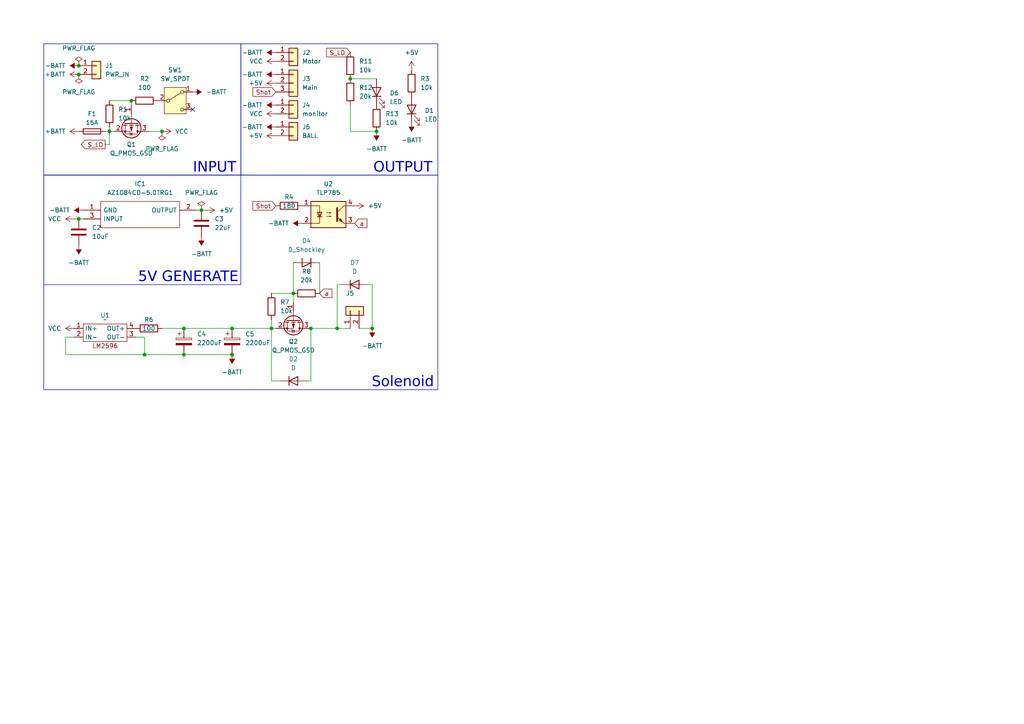
<source format=kicad_sch>
(kicad_sch (version 20231120) (generator "eeschema") (generator_version "8.0")
  (paper "A4")
  (lib_symbols
    (symbol "-BATT_1" (power) (pin_numbers hide) (pin_names (offset 0) hide)
      (property "Value" "-BATT" (at 0 3.556 0))
      (symbol "-BATT_1_0_1"
        (polyline (pts (xy 0 0) (xy 0 2.54)))
        (polyline (pts (xy 0.762 1.27) (xy -0.762 1.27) (xy 0 2.54) (xy 0.762 1.27)) (fill (type outline)))
      )
      (symbol "-BATT_1_1_1"
        (pin power_in line (at 0 0 90) (length 0) (name "~") (number "1"))
      )
    )
    (symbol "Connector_Generic:Conn_01x02" (pin_names (offset 1.016) hide)
      (property "Reference" "J" (at 0 2.54 0))
      (property "Value" "Conn_01x02" (at 0 -5.08 0))
      (symbol "Conn_01x02_1_1"
        (rectangle (start -1.27 -2.413) (end 0 -2.667) (stroke (width 0.1524)))
        (rectangle (start -1.27 0.127) (end 0 -0.127) (stroke (width 0.1524)))
        (rectangle (start -1.27 1.27) (end 1.27 -3.81) (stroke (width 0.254)) (fill (type background)))
        (pin passive line (at -5.08 0 0) (length 3.81) (name "Pin_1") (number "1"))
        (pin passive line (at -5.08 -2.54 0) (length 3.81) (name "Pin_2") (number "2"))
      )
    )
    (symbol "Connector_Generic:Conn_01x03" (pin_names (offset 1.016) hide)
      (property "Reference" "J" (at 0 5.08 0))
      (property "Value" "Conn_01x03" (at 0 -5.08 0))
      (symbol "Conn_01x03_1_1"
        (rectangle (start -1.27 -2.413) (end 0 -2.667) (stroke (width 0.1524)))
        (rectangle (start -1.27 0.127) (end 0 -0.127) (stroke (width 0.1524)))
        (rectangle (start -1.27 2.667) (end 0 2.413) (stroke (width 0.1524)))
        (rectangle (start -1.27 3.81) (end 1.27 -3.81) (stroke (width 0.254)) (fill (type background)))
        (pin passive line (at -5.08 2.54 0) (length 3.81) (name "Pin_1") (number "1"))
        (pin passive line (at -5.08 0 0) (length 3.81) (name "Pin_2") (number "2"))
        (pin passive line (at -5.08 -2.54 0) (length 3.81) (name "Pin_3") (number "3"))
      )
    )
    (symbol "DC-DC_Converter:LM2596"
      (property "Reference" "U" (at 0 0 0))
      (symbol "LM2596_0_1"
        (rectangle (start -6.35 -1.27) (end 6.35 -6.35))
      )
      (symbol "LM2596_1_1"
        (text "LM2596" (at 0 -7.62 0) (effects (font (size 1.27 1.27))))
        (pin power_in line (at -8.89 -2.54 0) (length 2.54) (name "IN+") (number "1"))
        (pin power_in line (at -8.89 -5.08 0) (length 2.54) (name "IN-") (number "2"))
        (pin power_out line (at 8.89 -5.08 180) (length 2.54) (name "OUT-") (number "3"))
        (pin power_out line (at 8.89 -2.54 180) (length 2.54) (name "OUT+") (number "4"))
      )
    )
    (symbol "Device:C" (pin_numbers hide) (pin_names (offset 0.254))
      (property "Reference" "C" (at 0.635 2.54 0))
      (property "Value" "C" (at 0.635 -2.54 0))
      (symbol "C_0_1"
        (polyline (pts (xy -2.032 -0.762) (xy 2.032 -0.762)) (stroke (width 0.508)))
        (polyline (pts (xy -2.032 0.762) (xy 2.032 0.762)) (stroke (width 0.508)))
      )
      (symbol "C_1_1"
        (pin passive line (at 0 3.81 270) (length 2.794) (name "~") (number "1"))
        (pin passive line (at 0 -3.81 90) (length 2.794) (name "~") (number "2"))
      )
    )
    (symbol "Device:C_Polarized" (pin_numbers hide) (pin_names (offset 0.254))
      (property "Reference" "C" (at 0.635 2.54 0))
      (property "Value" "C_Polarized" (at 0.635 -2.54 0))
      (symbol "C_Polarized_0_1"
        (rectangle (start -2.286 0.508) (end 2.286 1.016))
        (polyline (pts (xy -1.778 2.286) (xy -0.762 2.286)))
        (polyline (pts (xy -1.27 2.794) (xy -1.27 1.778)))
        (rectangle (start 2.286 -0.508) (end -2.286 -1.016) (fill (type outline)))
      )
      (symbol "C_Polarized_1_1"
        (pin passive line (at 0 3.81 270) (length 2.794) (name "~") (number "1"))
        (pin passive line (at 0 -3.81 90) (length 2.794) (name "~") (number "2"))
      )
    )
    (symbol "Device:D" (pin_numbers hide) (pin_names (offset 1.016) hide)
      (property "Reference" "D" (at 0 2.54 0))
      (property "Value" "D" (at 0 -2.54 0))
      (symbol "D_0_1"
        (polyline (pts (xy -1.27 1.27) (xy -1.27 -1.27)) (stroke (width 0.254)))
        (polyline (pts (xy 1.27 0) (xy -1.27 0)))
        (polyline (pts (xy 1.27 1.27) (xy 1.27 -1.27) (xy -1.27 0) (xy 1.27 1.27)) (stroke (width 0.254)))
      )
      (symbol "D_1_1"
        (pin passive line (at -3.81 0 0) (length 2.54) (name "K") (number "1"))
        (pin passive line (at 3.81 0 180) (length 2.54) (name "A") (number "2"))
      )
    )
    (symbol "Device:D_Shockley" (pin_numbers hide) (pin_names (offset 1.016) hide)
      (property "Reference" "D" (at 0 2.54 0))
      (property "Value" "D_Shockley" (at 0 -2.54 0))
      (symbol "D_Shockley_0_1"
        (polyline (pts (xy -1.27 0) (xy 1.27 0)))
        (polyline (pts (xy -1.27 1.27) (xy -1.27 -1.27)) (stroke (width 0.254)))
        (polyline (pts (xy -1.27 0) (xy 1.27 1.27) (xy 1.27 -1.27)) (stroke (width 0.254)))
      )
      (symbol "D_Shockley_1_1"
        (pin passive line (at -3.81 0 0) (length 2.54) (name "K") (number "1"))
        (pin passive line (at 3.81 0 180) (length 2.54) (name "A") (number "2"))
      )
    )
    (symbol "Device:Fuse" (pin_numbers hide) (pin_names (offset 0))
      (property "Reference" "F" (at 2.032 0 90))
      (property "Value" "Fuse" (at -1.905 0 90))
      (symbol "Fuse_0_1"
        (rectangle (start -0.762 -2.54) (end 0.762 2.54) (stroke (width 0.254)))
        (polyline (pts (xy 0 2.54) (xy 0 -2.54)))
      )
      (symbol "Fuse_1_1"
        (pin passive line (at 0 3.81 270) (length 1.27) (name "~") (number "1"))
        (pin passive line (at 0 -3.81 90) (length 1.27) (name "~") (number "2"))
      )
    )
    (symbol "Device:LED" (pin_numbers hide) (pin_names (offset 1.016) hide)
      (property "Reference" "D" (at 0 2.54 0))
      (property "Value" "LED" (at 0 -2.54 0))
      (symbol "LED_0_1"
        (polyline (pts (xy -1.27 -1.27) (xy -1.27 1.27)) (stroke (width 0.254)))
        (polyline (pts (xy -1.27 0) (xy 1.27 0)))
        (polyline (pts (xy 1.27 -1.27) (xy 1.27 1.27) (xy -1.27 0) (xy 1.27 -1.27)) (stroke (width 0.254)))
        (polyline (pts (xy -3.048 -0.762) (xy -4.572 -2.286) (xy -3.81 -2.286) (xy -4.572 -2.286) (xy -4.572 -1.524)))
        (polyline (pts (xy -1.778 -0.762) (xy -3.302 -2.286) (xy -2.54 -2.286) (xy -3.302 -2.286) (xy -3.302 -1.524)))
      )
      (symbol "LED_1_1"
        (pin passive line (at -3.81 0 0) (length 2.54) (name "K") (number "1"))
        (pin passive line (at 3.81 0 180) (length 2.54) (name "A") (number "2"))
      )
    )
    (symbol "Device:Q_PMOS_GSD" (pin_names (offset 0) hide)
      (property "Reference" "Q" (at 5.08 1.27 0))
      (property "Value" "Q_PMOS_GSD" (at 5.08 -1.27 0))
      (symbol "Q_PMOS_GSD_0_1"
        (polyline (pts (xy 0.254 0) (xy -2.54 0)))
        (polyline (pts (xy 0.254 1.905) (xy 0.254 -1.905)) (stroke (width 0.254)))
        (polyline (pts (xy 0.762 -1.27) (xy 0.762 -2.286)) (stroke (width 0.254)))
        (polyline (pts (xy 0.762 0.508) (xy 0.762 -0.508)) (stroke (width 0.254)))
        (polyline (pts (xy 0.762 2.286) (xy 0.762 1.27)) (stroke (width 0.254)))
        (polyline (pts (xy 2.54 2.54) (xy 2.54 1.778)))
        (polyline (pts (xy 2.54 -2.54) (xy 2.54 0) (xy 0.762 0)))
        (polyline (pts (xy 0.762 1.778) (xy 3.302 1.778) (xy 3.302 -1.778) (xy 0.762 -1.778)))
        (polyline (pts (xy 2.286 0) (xy 1.27 0.381) (xy 1.27 -0.381) (xy 2.286 0)) (fill (type outline)))
        (polyline (pts (xy 2.794 -0.508) (xy 2.921 -0.381) (xy 3.683 -0.381) (xy 3.81 -0.254)))
        (polyline (pts (xy 3.302 -0.381) (xy 2.921 0.254) (xy 3.683 0.254) (xy 3.302 -0.381)))
        (circle (center 1.651 0) (radius 2.794) (stroke (width 0.254)))
        (circle (center 2.54 -1.778) (radius 0.254) (fill (type outline)))
        (circle (center 2.54 1.778) (radius 0.254) (fill (type outline)))
      )
      (symbol "Q_PMOS_GSD_1_1"
        (pin input line (at -5.08 0 0) (length 2.54) (name "G") (number "1"))
        (pin passive line (at 2.54 -5.08 90) (length 2.54) (name "S") (number "2"))
        (pin passive line (at 2.54 5.08 270) (length 2.54) (name "D") (number "3"))
      )
    )
    (symbol "Device:R" (pin_numbers hide) (pin_names (offset 0))
      (property "Reference" "R" (at 2.032 0 90))
      (property "Value" "R" (at 0 0 90))
      (symbol "R_0_1"
        (rectangle (start -1.016 -2.54) (end 1.016 2.54) (stroke (width 0.254)))
      )
      (symbol "R_1_1"
        (pin passive line (at 0 3.81 270) (length 1.27) (name "~") (number "1"))
        (pin passive line (at 0 -3.81 90) (length 1.27) (name "~") (number "2"))
      )
    )
    (symbol "Isolator:TLP785" (pin_names (offset 1.016))
      (property "Reference" "U" (at -5.08 5.08 0))
      (property "Value" "TLP785" (at 0 5.08 0))
      (symbol "TLP785_0_1"
        (rectangle (start -5.08 3.81) (end 5.08 -3.81) (stroke (width 0.254)) (fill (type background)))
        (polyline (pts (xy -3.175 -0.635) (xy -1.905 -0.635)) (stroke (width 0.254)))
        (polyline (pts (xy 2.54 0.635) (xy 4.445 2.54)))
        (polyline (pts (xy 4.445 -2.54) (xy 2.54 -0.635)) (fill (type outline)))
        (polyline (pts (xy 4.445 -2.54) (xy 5.08 -2.54)))
        (polyline (pts (xy 4.445 2.54) (xy 5.08 2.54)))
        (polyline (pts (xy -2.54 -0.635) (xy -2.54 -2.54) (xy -5.08 -2.54)))
        (polyline (pts (xy 2.54 1.905) (xy 2.54 -1.905) (xy 2.54 -1.905)) (stroke (width 0.508)))
        (polyline (pts (xy -5.08 2.54) (xy -2.54 2.54) (xy -2.54 -1.27) (xy -2.54 0.635)))
        (polyline (pts (xy -2.54 -0.635) (xy -3.175 0.635) (xy -1.905 0.635) (xy -2.54 -0.635)) (stroke (width 0.254)))
        (polyline (pts (xy -0.508 -0.508) (xy 0.762 -0.508) (xy 0.381 -0.635) (xy 0.381 -0.381) (xy 0.762 -0.508)))
        (polyline (pts (xy -0.508 0.508) (xy 0.762 0.508) (xy 0.381 0.381) (xy 0.381 0.635) (xy 0.762 0.508)))
        (polyline (pts (xy 3.048 -1.651) (xy 3.556 -1.143) (xy 4.064 -2.159) (xy 3.048 -1.651) (xy 3.048 -1.651)) (fill (type outline)))
      )
      (symbol "TLP785_1_1"
        (pin passive line (at -7.62 2.54 0) (length 2.54) (name "~") (number "1"))
        (pin passive line (at -7.62 -2.54 0) (length 2.54) (name "~") (number "2"))
        (pin passive line (at 7.62 -2.54 180) (length 2.54) (name "~") (number "3"))
        (pin passive line (at 7.62 2.54 180) (length 2.54) (name "~") (number "4"))
      )
    )
    (symbol "SamacSys_Parts:AZ1084CD-5.0TRG1" (pin_names (offset 0.762))
      (property "Reference" "IC" (at 29.21 7.62 0))
      (property "Value" "AZ1084CD-5.0TRG1" (at 29.21 5.08 0))
      (symbol "AZ1084CD-5.0TRG1_0_0"
        (pin power_in line (at 0 0 0) (length 5.08) (name "GND") (number "1"))
        (pin output line (at 33.02 0 180) (length 5.08) (name "OUTPUT") (number "2"))
        (pin input line (at 0 -2.54 0) (length 5.08) (name "INPUT") (number "3"))
      )
      (symbol "AZ1084CD-5.0TRG1_0_1"
        (polyline (pts (xy 5.08 2.54) (xy 27.94 2.54) (xy 27.94 -5.08) (xy 5.08 -5.08) (xy 5.08 2.54)) (stroke (width 0.1524)))
      )
    )
    (symbol "Switch:SW_SPDT" (pin_names (offset 0) hide)
      (property "Reference" "SW" (at 0 5.08 0))
      (property "Value" "SW_SPDT" (at 0 -5.08 0))
      (symbol "SW_SPDT_0_1"
        (circle (center -2.032 0) (radius 0.4572))
        (polyline (pts (xy -1.651 0.254) (xy 1.651 2.286)))
        (circle (center 2.032 -2.54) (radius 0.4572))
        (circle (center 2.032 2.54) (radius 0.4572))
      )
      (symbol "SW_SPDT_1_1"
        (rectangle (start -3.175 3.81) (end 3.175 -3.81) (fill (type background)))
        (pin passive line (at 5.08 2.54 180) (length 2.54) (name "A") (number "1"))
        (pin passive line (at -5.08 0 0) (length 2.54) (name "B") (number "2"))
        (pin passive line (at 5.08 -2.54 180) (length 2.54) (name "C") (number "3"))
      )
    )
    (symbol "power:+5V" (power) (pin_names (offset 0))
      (property "Value" "+5V" (at 0 3.556 0))
      (symbol "+5V_0_1"
        (polyline (pts (xy -0.762 1.27) (xy 0 2.54)))
        (polyline (pts (xy 0 0) (xy 0 2.54)))
        (polyline (pts (xy 0 2.54) (xy 0.762 1.27)))
      )
      (symbol "+5V_1_1"
        (pin power_in line (at 0 0 90) (length 0) hide (name "+5V") (number "1"))
      )
    )
    (symbol "power:+BATT" (power) (pin_names (offset 0))
      (property "Value" "+BATT" (at 0 3.556 0))
      (symbol "+BATT_0_1"
        (polyline (pts (xy -0.762 1.27) (xy 0 2.54)))
        (polyline (pts (xy 0 0) (xy 0 2.54)))
        (polyline (pts (xy 0 2.54) (xy 0.762 1.27)))
      )
      (symbol "+BATT_1_1"
        (pin power_in line (at 0 0 90) (length 0) hide (name "+BATT") (number "1"))
      )
    )
    (symbol "power:-BATT" (power) (pin_names (offset 0))
      (property "Value" "-BATT" (at 0 3.556 0))
      (symbol "-BATT_0_1"
        (polyline (pts (xy 0 0) (xy 0 2.54)))
        (polyline (pts (xy 0.762 1.27) (xy -0.762 1.27) (xy 0 2.54) (xy 0.762 1.27)) (fill (type outline)))
      )
      (symbol "-BATT_1_1"
        (pin power_in line (at 0 0 90) (length 0) hide (name "-BATT") (number "1"))
      )
    )
    (symbol "power:PWR_FLAG" (power) (pin_numbers hide) (pin_names (offset 0) hide)
      (property "Value" "PWR_FLAG" (at 0 3.81 0))
      (symbol "PWR_FLAG_0_0"
        (pin power_out line (at 0 0 90) (length 0) (name "~") (number "1"))
      )
      (symbol "PWR_FLAG_0_1"
        (polyline (pts (xy 0 0) (xy 0 1.27) (xy -1.016 1.905) (xy 0 2.54) (xy 1.016 1.905) (xy 0 1.27)))
      )
    )
    (symbol "power:VCC" (power) (pin_names (offset 0))
      (property "Value" "VCC" (at 0 3.81 0))
      (symbol "VCC_0_1"
        (polyline (pts (xy -0.762 1.27) (xy 0 2.54)))
        (polyline (pts (xy 0 0) (xy 0 2.54)))
        (polyline (pts (xy 0 2.54) (xy 0.762 1.27)))
      )
      (symbol "VCC_1_1"
        (pin power_in line (at 0 0 90) (length 0) hide (name "VCC") (number "1"))
      )
    )
  )
  (junction (at 67.31 102.87))
  (junction (at 22.86 63.5))
  (junction (at 109.22 38.1))
  (junction (at 22.86 21.59))
  (junction (at 53.34 102.87))
  (junction (at 97.79 95.25))
  (junction (at 41.91 102.87))
  (junction (at 101.6 22.86))
  (junction (at 31.75 38.1))
  (junction (at 90.17 95.25))
  (junction (at 85.09 85.09))
  (junction (at 58.42 60.96))
  (junction (at 46.99 38.1))
  (junction (at 38.1 29.21))
  (junction (at 78.74 95.25))
  (junction (at 53.34 95.25))
  (junction (at 107.95 95.25))
  (junction (at 67.31 95.25))
  (junction (at 22.86 19.05))
  (no_connect (at 55.88 31.75))
  (wire (pts (xy 85.09 85.09) (xy 85.09 87.63)))
  (wire (pts (xy 97.79 82.55) (xy 97.79 95.25)))
  (wire (pts (xy 21.59 63.5) (xy 22.86 63.5)))
  (wire (pts (xy 31.75 36.83) (xy 31.75 38.1)))
  (wire (pts (xy 90.17 110.49) (xy 90.17 95.25)))
  (wire (pts (xy 53.34 95.25) (xy 67.31 95.25)))
  (wire (pts (xy 101.6 38.1) (xy 109.22 38.1)))
  (wire (pts (xy 67.31 95.25) (xy 78.74 95.25)))
  (wire (pts (xy 30.48 38.1) (xy 31.75 38.1)))
  (wire (pts (xy 78.74 92.71) (xy 78.74 95.25)))
  (wire (pts (xy 41.91 102.87) (xy 53.34 102.87)))
  (wire (pts (xy 107.95 82.55) (xy 107.95 95.25)))
  (wire (pts (xy 99.06 82.55) (xy 97.79 82.55)))
  (wire (pts (xy 19.05 102.87) (xy 41.91 102.87)))
  (wire (pts (xy 30.48 41.91) (xy 31.75 41.91)))
  (wire (pts (xy 21.59 97.79) (xy 19.05 97.79)))
  (wire (pts (xy 22.86 63.5) (xy 24.13 63.5)))
  (wire (pts (xy 57.15 60.96) (xy 58.42 60.96)))
  (wire (pts (xy 78.74 85.09) (xy 85.09 85.09)))
  (wire (pts (xy 97.79 95.25) (xy 101.6 95.25)))
  (wire (pts (xy 41.91 97.79) (xy 41.91 102.87)))
  (wire (pts (xy 31.75 38.1) (xy 33.02 38.1)))
  (wire (pts (xy 85.09 76.2) (xy 85.09 85.09)))
  (wire (pts (xy 90.17 95.25) (xy 97.79 95.25)))
  (wire (pts (xy 88.9 110.49) (xy 90.17 110.49)))
  (wire (pts (xy 81.28 110.49) (xy 78.74 110.49)))
  (wire (pts (xy 78.74 110.49) (xy 78.74 95.25)))
  (wire (pts (xy 104.14 95.25) (xy 107.95 95.25)))
  (wire (pts (xy 92.71 76.2) (xy 92.71 85.09)))
  (wire (pts (xy 101.6 30.48) (xy 101.6 38.1)))
  (wire (pts (xy 39.37 97.79) (xy 41.91 97.79)))
  (wire (pts (xy 46.99 95.25) (xy 53.34 95.25)))
  (wire (pts (xy 43.18 38.1) (xy 46.99 38.1)))
  (wire (pts (xy 31.75 38.1) (xy 31.75 41.91)))
  (wire (pts (xy 101.6 22.86) (xy 109.22 22.86)))
  (wire (pts (xy 38.1 29.21) (xy 31.75 29.21)))
  (wire (pts (xy 19.05 97.79) (xy 19.05 102.87)))
  (wire (pts (xy 38.1 30.48) (xy 38.1 29.21)))
  (wire (pts (xy 78.74 95.25) (xy 80.01 95.25)))
  (wire (pts (xy 106.68 82.55) (xy 107.95 82.55)))
  (wire (pts (xy 53.34 102.87) (xy 67.31 102.87)))
  (wire (pts (xy 58.42 60.96) (xy 59.69 60.96)))
  (rectangle (start 12.7 50.8) (end 127 113.03))
  (rectangle (start 69.85 12.7) (end 127 50.8))
  (rectangle (start 12.7 12.7) (end 69.85 50.8))
  (rectangle (start 12.7 50.8) (end 69.85 82.55))
  (text "INPUT" (at 62.23 49.53 0) (effects (font (size 3 3))))
  (text "OUTPUT" (at 116.84 49.53 0) (effects (font (size 3 3))))
  (text "Solenoid" (at 116.84 111.76 0) (effects (font (size 3 3))))
  (text "5V GENERATE" (at 54.61 81.28 0) (effects (font (size 3 3))))
  (global_label "Shot" (shape input) (at 80.01 26.67 180) (property "Intersheetrefs" "${INTERSHEET_REFS}" (effects (hide yes))))
  (global_label "S_LD" (shape input) (at 101.6 15.24 180) (property "Intersheetrefs" "${INTERSHEET_REFS}" (effects (hide yes))))
  (global_label "a" (shape input) (at 92.71 85.09 0) (property "Intersheetrefs" "${INTERSHEET_REFS}" (effects (hide yes))))
  (global_label "a" (shape input) (at 102.87 64.77 0) (property "Intersheetrefs" "${INTERSHEET_REFS}" (effects (hide yes))))
  (global_label "S_LD" (shape output) (at 30.48 41.91 180) (property "Intersheetrefs" "${INTERSHEET_REFS}" (effects (hide yes))))
  (global_label "Shot" (shape input) (at 80.01 59.69 180) (property "Intersheetrefs" "${INTERSHEET_REFS}" (effects (hide yes))))
  (symbol (lib_id "power:PWR_FLAG") (at 46.99 38.1 180) (unit 1)
    (property "Reference" "#FLG04" (effects (hide yes)))
    (property "Value" "PWR_FLAG" (at 46.99 43.18 0))
    (property "Description" "Special symbol for telling ERC where power comes from" (effects (hide yes)))
  )
  (symbol (lib_id "Connector_Generic:Conn_01x02") (at 85.09 15.24 0) (unit 1)
    (property "Reference" "J2" (at 87.63 15.2399 0) (effects (justify left)))
    (property "Value" "Motor" (at 87.63 17.7799 0) (effects (justify left)))
    (property "Footprint" "Connector_AMASS:AMASS_XT30U-F_1x02_P5.0mm_Vertical" (effects (hide yes)))
  )
  (symbol (lib_id "power:-BATT") (at 80.01 15.24 90) (unit 1)
    (property "Reference" "#PWR012" (effects (hide yes)))
    (property "Value" "-BATT" (at 76.2 15.24 90) (effects (justify left)))
  )
  (symbol (lib_id "power:+5V") (at 59.69 60.96 270) (unit 1)
    (property "Reference" "#PWR011" (effects (hide yes)))
    (property "Value" "+5V" (at 63.5 60.96 90) (effects (justify left)))
  )
  (symbol (lib_id "power:+BATT") (at 22.86 21.59 90) (unit 1)
    (property "Reference" "#PWR01" (effects (hide yes)))
    (property "Value" "+BATT" (at 19.05 21.59 90) (effects (justify left)))
  )
  (symbol (lib_id "Device:C") (at 22.86 67.31 0) (unit 1)
    (property "Reference" "C2" (at 26.67 66.04 0) (effects (justify left)))
    (property "Value" "10uF" (at 26.67 68.58 0) (effects (justify left)))
    (property "Footprint" "Capacitor_SMD:C_0603_1608Metric" (effects (hide yes)))
  )
  (symbol (lib_id "power:-BATT") (at 67.31 102.87 180) (unit 1)
    (property "Reference" "#PWR027" (effects (hide yes)))
    (property "Value" "-BATT" (at 67.31 107.95 0))
  )
  (symbol (lib_id "power:-BATT") (at 80.01 36.83 90) (unit 1)
    (property "Reference" "#PWR022" (effects (hide yes)))
    (property "Value" "-BATT" (at 76.2 36.83 90) (effects (justify left)))
  )
  (symbol (lib_id "DC-DC_Converter:LM2596") (at 30.48 92.71 0) (unit 1)
    (property "Reference" "U1" (at 30.48 91.44 0))
    (property "Value" "~" (at 30.48 92.71 0))
    (property "Footprint" "DC-DC_Converter:LM2596" (effects (hide yes)))
  )
  (symbol (lib_id "Device:R") (at 119.38 24.13 0) (unit 1)
    (property "Reference" "R3" (at 121.92 22.86 0) (effects (justify left)))
    (property "Value" "10k" (at 121.92 25.4 0) (effects (justify left)))
    (property "Footprint" "Resistor_SMD:R_0603_1608Metric" (effects (hide yes)))
  )
  (symbol (lib_id "Connector_Generic:Conn_01x02") (at 101.6 90.17 90) (unit 1)
    (property "Reference" "J5" (at 100.33 85.09 90) (effects (justify right)))
    (property "Value" "Conn_01x02" (effects (hide yes)))
    (property "Footprint" "Connector_AMASS:AMASS_XT30U-M_1x02_P5.0mm_Vertical" (effects (hide yes)))
  )
  (symbol (lib_id "power:-BATT") (at 55.88 26.67 270) (unit 1)
    (property "Reference" "#PWR04" (effects (hide yes)))
    (property "Value" "-BATT" (at 59.69 26.67 90) (effects (justify left)))
  )
  (symbol (lib_id "Device:R") (at 109.22 34.29 0) (unit 1)
    (property "Reference" "R13" (at 111.76 33.02 0) (effects (justify left)))
    (property "Value" "10k" (at 111.76 35.56 0) (effects (justify left)))
    (property "Footprint" "Resistor_SMD:R_0603_1608Metric" (effects (hide yes)))
  )
  (symbol (lib_id "Device:R") (at 78.74 88.9 180) (unit 1)
    (property "Reference" "R7" (at 81.28 87.63 0) (effects (justify right)))
    (property "Value" "10k" (at 81.28 90.17 0) (effects (justify right)))
    (property "Footprint" "Resistor_SMD:R_0603_1608Metric" (effects (hide yes)))
  )
  (symbol (lib_id "Device:R") (at 101.6 26.67 0) (unit 1)
    (property "Reference" "R12" (at 104.14 25.4 0) (effects (justify left)))
    (property "Value" "20k" (at 104.14 27.94 0) (effects (justify left)))
    (property "Footprint" "Resistor_SMD:R_0603_1608Metric" (effects (hide yes)))
  )
  (symbol (lib_id "SamacSys_Parts:AZ1084CD-5.0TRG1") (at 24.13 60.96 0) (unit 1)
    (property "Reference" "IC1" (at 40.64 53.34 0))
    (property "Value" "AZ1084CD-5.0TRG1" (at 40.64 55.88 0))
    (property "Footprint" "SamacSys_Parts:AZ1084CD50TRG1" (effects (hide yes)))
    (property "Datasheet" "https://www.diodes.com/assets/Datasheets/AZ1084C.pdf" (effects (hide yes)))
    (property "Description" "LDO Voltage Regulators LDO BJT HiCurr" (effects (hide yes)))
    (property "Height" "2.38" (effects (hide yes)))
    (property "Mouser Part Number" "621-AZ1084CD-5.0TRG1" (effects (hide yes)))
    (property "Mouser Price/Stock" "https://www.mouser.co.uk/ProductDetail/Diodes-Incorporated/AZ1084CD-5.0TRG1?qs=5V6w%252Be2aIqY1QaMHWnvTJw%3D%3D" (effects (hide yes)))
    (property "Manufacturer_Name" "Diodes Incorporated" (effects (hide yes)))
    (property "Manufacturer_Part_Number" "AZ1084CD-5.0TRG1" (effects (hide yes)))
  )
  (symbol (lib_id "power:+5V") (at 119.38 20.32 0) (unit 1)
    (property "Reference" "#PWR018" (effects (hide yes)))
    (property "Value" "+5V" (at 119.38 15.24 0))
  )
  (symbol (lib_id "power:-BATT") (at 22.86 71.12 180) (unit 1)
    (property "Reference" "#PWR09" (effects (hide yes)))
    (property "Value" "-BATT" (at 22.86 76.2 0))
  )
  (symbol (lib_id "Connector_Generic:Conn_01x02") (at 85.09 36.83 0) (unit 1)
    (property "Reference" "J6" (at 87.63 36.8299 0) (effects (justify left)))
    (property "Value" "BALL" (at 87.63 39.3699 0) (effects (justify left)))
    (property "Footprint" "Connector_JST:JST_XH_B2B-XH-A_1x02_P2.50mm_Vertical" (effects (hide yes)))
    (property "Description" "Generic connector, single row, 01x02, script generated (kicad-library-utils/schlib/autogen/connector/)" (effects (hide yes)))
  )
  (symbol (lib_id "power:-BATT") (at 109.22 38.1 180) (unit 1)
    (property "Reference" "#PWR030" (effects (hide yes)))
    (property "Value" "-BATT" (at 109.22 43.18 0))
  )
  (symbol (lib_id "Device:LED") (at 109.22 26.67 90) (unit 1)
    (property "Reference" "D6" (at 113.03 26.9875 90) (effects (justify right)))
    (property "Value" "LED" (at 113.03 29.5275 90) (effects (justify right)))
    (property "Footprint" "LED_SMD:LED_0603_1608Metric" (effects (hide yes)))
  )
  (symbol (lib_id "Device:D_Shockley") (at 88.9 76.2 180) (unit 1)
    (property "Reference" "D4" (at 88.9 69.85 0))
    (property "Value" "D_Shockley" (at 88.9 72.39 0))
    (property "Footprint" "Diode_SMD:D_SMC" (effects (hide yes)))
  )
  (symbol (lib_id "Connector_Generic:Conn_01x02") (at 27.94 19.05 0) (unit 1)
    (property "Reference" "J1" (at 30.48 19.0499 0) (effects (justify left)))
    (property "Value" "PWR_IN" (at 30.48 21.5899 0) (effects (justify left)))
    (property "Footprint" "Connector_AMASS:AMASS_XT30U-M_1x02_P5.0mm_Vertical" (effects (hide yes)))
  )
  (symbol (lib_id "power:VCC") (at 46.99 38.1 270) (unit 1)
    (property "Reference" "#PWR05" (effects (hide yes)))
    (property "Value" "VCC" (at 50.8 38.1 90) (effects (justify left)))
  )
  (symbol (lib_id "Device:Q_PMOS_GSD") (at 38.1 35.56 270) (unit 1)
    (property "Reference" "Q1" (at 38.1 41.91 90))
    (property "Value" "Q_PMOS_GSD" (at 38.1 44.45 90))
    (property "Footprint" "Package_TO_SOT_SMD:TO-252-2" (effects (hide yes)))
  )
  (symbol (lib_id "power:VCC") (at 21.59 95.25 90) (unit 1)
    (property "Reference" "#PWR024" (effects (hide yes)))
    (property "Value" "VCC" (at 17.78 95.25 90) (effects (justify left)))
  )
  (symbol (lib_id "power:-BATT") (at 22.86 19.05 90) (unit 1)
    (property "Reference" "#PWR02" (effects (hide yes)))
    (property "Value" "-BATT" (at 19.05 19.05 90) (effects (justify left)))
  )
  (symbol (lib_id "Connector_Generic:Conn_01x03") (at 85.09 24.13 0) (unit 1)
    (property "Reference" "J3" (at 87.63 22.8599 0) (effects (justify left)))
    (property "Value" "Main" (at 87.63 25.3999 0) (effects (justify left)))
    (property "Footprint" "Connector_JST:JST_XH_B3B-XH-A_1x03_P2.50mm_Vertical" (effects (hide yes)))
    (property "Description" "Generic connector, single row, 01x03, script generated (kicad-library-utils/schlib/autogen/connector/)" (effects (hide yes)))
  )
  (symbol (lib_id "power:-BATT") (at 119.38 35.56 180) (unit 1)
    (property "Reference" "#PWR019" (effects (hide yes)))
    (property "Value" "-BATT" (at 119.38 40.64 0))
  )
  (symbol (lib_id "Device:R") (at 31.75 33.02 0) (unit 1)
    (property "Reference" "R1" (at 34.29 31.75 0) (effects (justify left)))
    (property "Value" "10k" (at 34.29 34.29 0) (effects (justify left)))
    (property "Footprint" "Resistor_SMD:R_0603_1608Metric" (effects (hide yes)))
  )
  (symbol (lib_id "Device:R") (at 41.91 29.21 90) (unit 1)
    (property "Reference" "R2" (at 41.91 22.86 90))
    (property "Value" "100" (at 41.91 25.4 90))
    (property "Footprint" "Resistor_SMD:R_0603_1608Metric" (effects (hide yes)))
  )
  (symbol (lib_id "power:-BATT") (at 24.13 60.96 90) (unit 1)
    (property "Reference" "#PWR08" (effects (hide yes)))
    (property "Value" "-BATT" (at 20.32 60.96 90) (effects (justify left)))
  )
  (symbol (lib_id "power:+5V") (at 80.01 24.13 90) (unit 1)
    (property "Reference" "#PWR014" (effects (hide yes)))
    (property "Value" "+5V" (at 76.2 24.13 90) (effects (justify left)))
  )
  (symbol (lib_id "Device:C_Polarized") (at 67.31 99.06 0) (unit 1)
    (property "Reference" "C5" (at 71.12 96.901 0) (effects (justify left)))
    (property "Value" "2200uF" (at 71.12 99.441 0) (effects (justify left)))
    (property "Footprint" "Capacitor_THT:CP_Radial_D22.0mm_P10.00mm_SnapIn" (effects (hide yes)))
  )
  (symbol (lib_id "Device:R") (at 101.6 19.05 0) (unit 1)
    (property "Reference" "R11" (at 104.14 17.78 0) (effects (justify left)))
    (property "Value" "10k" (at 104.14 20.32 0) (effects (justify left)))
    (property "Footprint" "Resistor_SMD:R_0603_1608Metric" (effects (hide yes)))
  )
  (symbol (lib_id "Device:Q_PMOS_GSD") (at 85.09 92.71 270) (unit 1)
    (property "Reference" "Q2" (at 85.09 99.06 90))
    (property "Value" "Q_PMOS_GSD" (at 85.09 101.6 90))
    (property "Footprint" "Package_TO_SOT_SMD:TO-252-2" (effects (hide yes)))
  )
  (symbol (lib_id "power:+5V") (at 102.87 59.69 270) (unit 1)
    (property "Reference" "#PWR023" (effects (hide yes)))
    (property "Value" "+5V" (at 106.68 59.69 90) (effects (justify left)))
  )
  (symbol (lib_id "Device:D") (at 102.87 82.55 0) (unit 1)
    (property "Reference" "D7" (at 102.87 76.2 0))
    (property "Value" "D" (at 102.87 78.74 0))
    (property "Footprint" "Diode_SMD:D_SOD-123" (effects (hide yes)))
    (property "Sim.Device" "D" (effects (hide yes)))
    (property "Sim.Pins" "1=K 2=A" (effects (hide yes)))
  )
  (symbol (lib_id "Device:Fuse") (at 26.67 38.1 90) (unit 1)
    (property "Reference" "F1" (at 26.67 33.02 90))
    (property "Value" "15A" (at 26.67 35.56 90))
    (property "Footprint" "Fuse:Fuseholder_Clip-6.3x32mm_Littelfuse_102_122_Inline_P34.21x7.62mm_D1.98mm_Horizontal" (effects (hide yes)))
  )
  (symbol (lib_id "Device:C") (at 58.42 64.77 0) (unit 1)
    (property "Reference" "C3" (at 62.23 63.5 0) (effects (justify left)))
    (property "Value" "22uF" (at 62.23 66.04 0) (effects (justify left)))
    (property "Footprint" "Capacitor_SMD:C_0603_1608Metric" (effects (hide yes)))
  )
  (symbol (lib_id "power:VCC") (at 80.01 17.78 90) (unit 1)
    (property "Reference" "#PWR013" (effects (hide yes)))
    (property "Value" "VCC" (at 76.2 17.78 90) (effects (justify left)))
  )
  (symbol (lib_name "-BATT_1") (lib_id "power:-BATT") (at 107.95 95.25 180) (unit 1)
    (property "Reference" "#PWR06" (effects (hide yes)))
    (property "Value" "-BATT" (at 107.95 100.33 0))
    (property "Description" "Power symbol creates a global label with name \"-BATT\"" (effects (hide yes)))
  )
  (symbol (lib_id "Connector_Generic:Conn_01x02") (at 85.09 30.48 0) (unit 1)
    (property "Reference" "J4" (at 87.63 30.4799 0) (effects (justify left)))
    (property "Value" "monitor" (at 87.63 33.0199 0) (effects (justify left)))
    (property "Footprint" "Connector_PinHeader_2.00mm:PinHeader_1x02_P2.00mm_Vertical" (effects (hide yes)))
    (property "Description" "Generic connector, single row, 01x02, script generated (kicad-library-utils/schlib/autogen/connector/)" (effects (hide yes)))
  )
  (symbol (lib_id "power:PWR_FLAG") (at 22.86 21.59 180) (unit 1)
    (property "Reference" "#FLG02" (effects (hide yes)))
    (property "Value" "PWR_FLAG" (at 22.86 26.67 0))
    (property "Description" "Special symbol for telling ERC where power comes from" (effects (hide yes)))
  )
  (symbol (lib_name "-BATT_1") (lib_id "power:-BATT") (at 87.63 64.77 90) (unit 1)
    (property "Reference" "#PWR016" (effects (hide yes)))
    (property "Value" "-BATT" (at 83.82 64.7699 90) (effects (justify left)))
    (property "Description" "Power symbol creates a global label with name \"-BATT\"" (effects (hide yes)))
  )
  (symbol (lib_id "power:PWR_FLAG") (at 58.42 60.96 0) (unit 1)
    (property "Reference" "#FLG03" (effects (hide yes)))
    (property "Value" "PWR_FLAG" (at 58.42 55.88 0))
    (property "Description" "Special symbol for telling ERC where power comes from" (effects (hide yes)))
  )
  (symbol (lib_id "Isolator:TLP785") (at 95.25 62.23 0) (unit 1)
    (property "Reference" "U2" (at 95.25 53.34 0))
    (property "Value" "TLP785" (at 95.25 55.88 0))
    (property "Footprint" "Package_DIP:DIP-4_W7.62mm" (effects (hide yes)))
    (property "Datasheet" "https://toshiba.semicon-storage.com/info/docget.jsp?did=10569&prodName=TLP785" (effects (hide yes)))
    (property "Description" "DC Optocoupler, Vce 80V, CTR 50-200%, DIP4" (effects (hide yes)))
  )
  (symbol (lib_id "Device:R") (at 83.82 59.69 90) (unit 1)
    (property "Reference" "R4" (at 83.82 57.15 90))
    (property "Value" "180" (at 83.82 59.69 90))
    (property "Footprint" "Resistor_SMD:R_0603_1608Metric" (effects (hide yes)))
  )
  (symbol (lib_id "power:-BATT") (at 58.42 68.58 180) (unit 1)
    (property "Reference" "#PWR010" (effects (hide yes)))
    (property "Value" "-BATT" (at 58.42 73.66 0))
  )
  (symbol (lib_id "power:PWR_FLAG") (at 22.86 19.05 0) (unit 1)
    (property "Reference" "#FLG01" (effects (hide yes)))
    (property "Value" "PWR_FLAG" (at 22.86 13.97 0))
    (property "Description" "Special symbol for telling ERC where power comes from" (effects (hide yes)))
  )
  (symbol (lib_id "power:-BATT") (at 80.01 21.59 90) (unit 1)
    (property "Reference" "#PWR015" (effects (hide yes)))
    (property "Value" "-BATT" (at 76.2 21.59 90) (effects (justify left)))
  )
  (symbol (lib_id "Device:R") (at 43.18 95.25 90) (unit 1)
    (property "Reference" "R6" (at 43.18 92.71 90))
    (property "Value" "100" (at 43.18 95.25 90))
    (property "Footprint" "Resistor_SMD:R_0603_1608Metric" (effects (hide yes)))
  )
  (symbol (lib_id "power:-BATT") (at 80.01 30.48 90) (unit 1)
    (property "Reference" "#PWR020" (effects (hide yes)))
    (property "Value" "-BATT" (at 76.2 30.48 90) (effects (justify left)))
  )
  (symbol (lib_id "power:+BATT") (at 22.86 38.1 90) (unit 1)
    (property "Reference" "#PWR03" (effects (hide yes)))
    (property "Value" "+BATT" (at 19.05 38.1 90) (effects (justify left)))
  )
  (symbol (lib_id "power:+5V") (at 80.01 39.37 90) (unit 1)
    (property "Reference" "#PWR021" (effects (hide yes)))
    (property "Value" "+5V" (at 76.2 39.37 90) (effects (justify left)))
  )
  (symbol (lib_id "Device:C_Polarized") (at 53.34 99.06 0) (unit 1)
    (property "Reference" "C4" (at 57.15 96.901 0) (effects (justify left)))
    (property "Value" "2200uF" (at 57.15 99.441 0) (effects (justify left)))
    (property "Footprint" "Capacitor_THT:CP_Radial_D22.0mm_P10.00mm_SnapIn" (effects (hide yes)))
  )
  (symbol (lib_id "power:VCC") (at 21.59 63.5 90) (unit 1)
    (property "Reference" "#PWR07" (effects (hide yes)))
    (property "Value" "VCC" (at 17.78 63.5 90) (effects (justify left)))
  )
  (symbol (lib_id "Device:R") (at 88.9 85.09 270) (unit 1)
    (property "Reference" "R8" (at 88.9 78.74 90))
    (property "Value" "20k" (at 88.9 81.28 90))
    (property "Footprint" "Resistor_SMD:R_0603_1608Metric" (effects (hide yes)))
  )
  (symbol (lib_id "Device:LED") (at 119.38 31.75 90) (unit 1)
    (property "Reference" "D1" (at 123.19 32.0675 90) (effects (justify right)))
    (property "Value" "LED" (at 123.19 34.6075 90) (effects (justify right)))
    (property "Footprint" "LED_SMD:LED_0603_1608Metric" (effects (hide yes)))
  )
  (symbol (lib_id "power:VCC") (at 80.01 33.02 90) (unit 1)
    (property "Reference" "#PWR017" (effects (hide yes)))
    (property "Value" "VCC" (at 76.2 33.02 90) (effects (justify left)))
  )
  (symbol (lib_id "Switch:SW_SPDT") (at 50.8 29.21 0) (unit 1)
    (property "Reference" "SW1" (at 50.8 20.32 0))
    (property "Value" "SW_SPDT" (at 50.8 22.86 0))
    (property "Footprint" "Connector_PinHeader_2.54mm:PinHeader_1x03_P2.54mm_Vertical" (effects (hide yes)))
  )
  (symbol (lib_id "Device:D") (at 85.09 110.49 0) (unit 1)
    (property "Reference" "D2" (at 85.09 104.14 0))
    (property "Value" "D" (at 85.09 106.68 0))
    (property "Footprint" "Diode_SMD:D_SOD-123" (effects (hide yes)))
    (property "Sim.Device" "D" (effects (hide yes)))
    (property "Sim.Pins" "1=K 2=A" (effects (hide yes)))
  )
)
</source>
